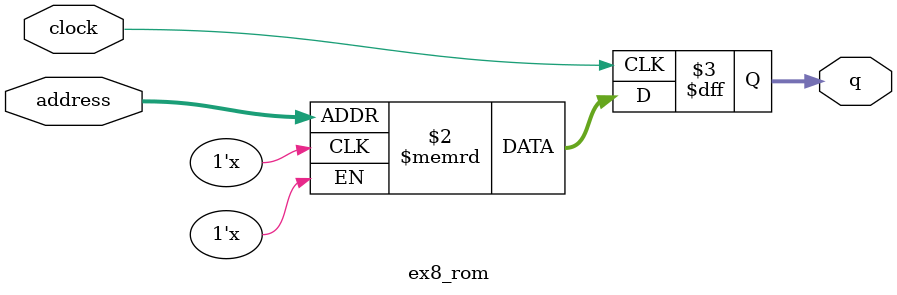
<source format=sv>
module ex8_rom (
	input logic clock,
	input logic [9:0] address,
	output logic [3:0] q
);

logic [3:0] memory [0:1023] /* synthesis ram_init_file = "./ex8/ex8.mif" */;

always_ff @ (posedge clock) begin
	q <= memory[address];
end

endmodule

</source>
